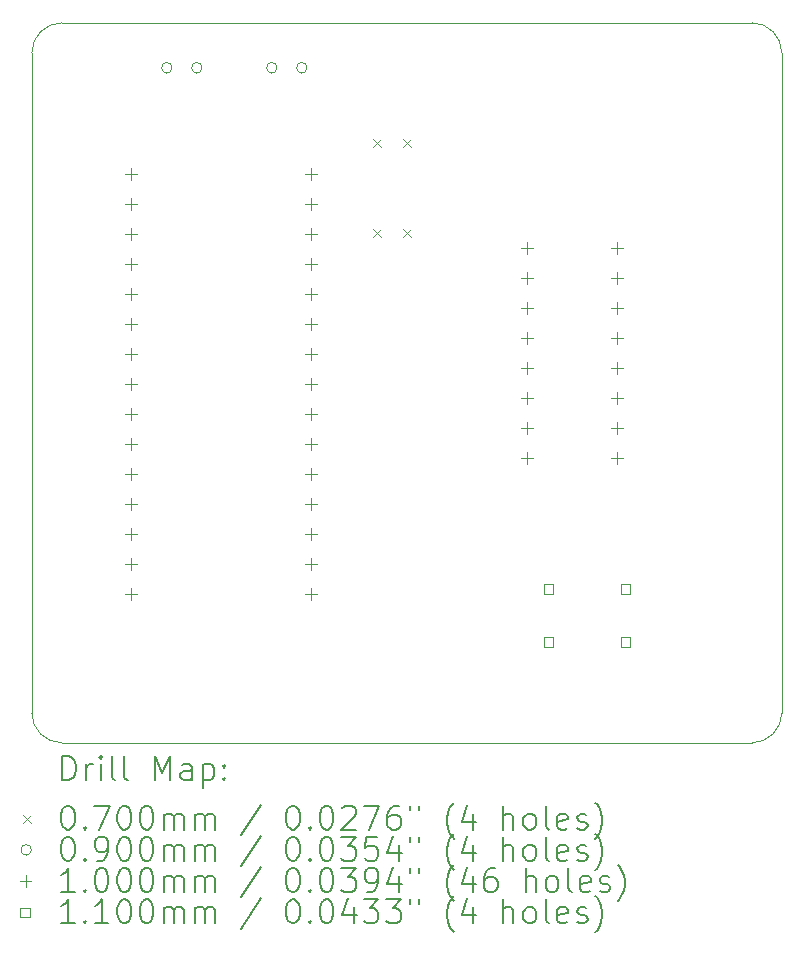
<source format=gbr>
%TF.GenerationSoftware,KiCad,Pcbnew,8.0.3*%
%TF.CreationDate,2025-02-15T11:00:28+13:00*%
%TF.ProjectId,2102_sram_tester,32313032-5f73-4726-916d-5f7465737465,rev?*%
%TF.SameCoordinates,Original*%
%TF.FileFunction,Drillmap*%
%TF.FilePolarity,Positive*%
%FSLAX45Y45*%
G04 Gerber Fmt 4.5, Leading zero omitted, Abs format (unit mm)*
G04 Created by KiCad (PCBNEW 8.0.3) date 2025-02-15 11:00:28*
%MOMM*%
%LPD*%
G01*
G04 APERTURE LIST*
%ADD10C,0.050000*%
%ADD11C,0.200000*%
%ADD12C,0.100000*%
%ADD13C,0.110000*%
G04 APERTURE END LIST*
D10*
X17272000Y-6832600D02*
X11430000Y-6832600D01*
X17526000Y-12674600D02*
X17526000Y-7086600D01*
X11176000Y-7086600D02*
G75*
G02*
X11430000Y-6832600I254000J0D01*
G01*
X11430000Y-12928600D02*
X17272000Y-12928600D01*
X17272000Y-6832600D02*
G75*
G02*
X17526000Y-7086600I0J-254000D01*
G01*
X11430000Y-12928600D02*
G75*
G02*
X11176000Y-12674600I0J254000D01*
G01*
X17526000Y-12674600D02*
G75*
G02*
X17272000Y-12928600I-254000J0D01*
G01*
X11176000Y-7086600D02*
X11176000Y-12674600D01*
D11*
D12*
X14062000Y-7813600D02*
X14132000Y-7883600D01*
X14132000Y-7813600D02*
X14062000Y-7883600D01*
X14062000Y-8575600D02*
X14132000Y-8645600D01*
X14132000Y-8575600D02*
X14062000Y-8645600D01*
X14316000Y-7813600D02*
X14386000Y-7883600D01*
X14386000Y-7813600D02*
X14316000Y-7883600D01*
X14316000Y-8575600D02*
X14386000Y-8645600D01*
X14386000Y-8575600D02*
X14316000Y-8645600D01*
X12364000Y-7213600D02*
G75*
G02*
X12274000Y-7213600I-45000J0D01*
G01*
X12274000Y-7213600D02*
G75*
G02*
X12364000Y-7213600I45000J0D01*
G01*
X12618000Y-7213600D02*
G75*
G02*
X12528000Y-7213600I-45000J0D01*
G01*
X12528000Y-7213600D02*
G75*
G02*
X12618000Y-7213600I45000J0D01*
G01*
X13253000Y-7213600D02*
G75*
G02*
X13163000Y-7213600I-45000J0D01*
G01*
X13163000Y-7213600D02*
G75*
G02*
X13253000Y-7213600I45000J0D01*
G01*
X13507000Y-7213600D02*
G75*
G02*
X13417000Y-7213600I-45000J0D01*
G01*
X13417000Y-7213600D02*
G75*
G02*
X13507000Y-7213600I45000J0D01*
G01*
X12015000Y-8059600D02*
X12015000Y-8159600D01*
X11965000Y-8109600D02*
X12065000Y-8109600D01*
X12015000Y-8313600D02*
X12015000Y-8413600D01*
X11965000Y-8363600D02*
X12065000Y-8363600D01*
X12015000Y-8567600D02*
X12015000Y-8667600D01*
X11965000Y-8617600D02*
X12065000Y-8617600D01*
X12015000Y-8821600D02*
X12015000Y-8921600D01*
X11965000Y-8871600D02*
X12065000Y-8871600D01*
X12015000Y-9075600D02*
X12015000Y-9175600D01*
X11965000Y-9125600D02*
X12065000Y-9125600D01*
X12015000Y-9329600D02*
X12015000Y-9429600D01*
X11965000Y-9379600D02*
X12065000Y-9379600D01*
X12015000Y-9583600D02*
X12015000Y-9683600D01*
X11965000Y-9633600D02*
X12065000Y-9633600D01*
X12015000Y-9837600D02*
X12015000Y-9937600D01*
X11965000Y-9887600D02*
X12065000Y-9887600D01*
X12015000Y-10091600D02*
X12015000Y-10191600D01*
X11965000Y-10141600D02*
X12065000Y-10141600D01*
X12015000Y-10345600D02*
X12015000Y-10445600D01*
X11965000Y-10395600D02*
X12065000Y-10395600D01*
X12015000Y-10599600D02*
X12015000Y-10699600D01*
X11965000Y-10649600D02*
X12065000Y-10649600D01*
X12015000Y-10853600D02*
X12015000Y-10953600D01*
X11965000Y-10903600D02*
X12065000Y-10903600D01*
X12015000Y-11107600D02*
X12015000Y-11207600D01*
X11965000Y-11157600D02*
X12065000Y-11157600D01*
X12015000Y-11361600D02*
X12015000Y-11461600D01*
X11965000Y-11411600D02*
X12065000Y-11411600D01*
X12015000Y-11615600D02*
X12015000Y-11715600D01*
X11965000Y-11665600D02*
X12065000Y-11665600D01*
X13539000Y-8059600D02*
X13539000Y-8159600D01*
X13489000Y-8109600D02*
X13589000Y-8109600D01*
X13539000Y-8313600D02*
X13539000Y-8413600D01*
X13489000Y-8363600D02*
X13589000Y-8363600D01*
X13539000Y-8567600D02*
X13539000Y-8667600D01*
X13489000Y-8617600D02*
X13589000Y-8617600D01*
X13539000Y-8821600D02*
X13539000Y-8921600D01*
X13489000Y-8871600D02*
X13589000Y-8871600D01*
X13539000Y-9075600D02*
X13539000Y-9175600D01*
X13489000Y-9125600D02*
X13589000Y-9125600D01*
X13539000Y-9329600D02*
X13539000Y-9429600D01*
X13489000Y-9379600D02*
X13589000Y-9379600D01*
X13539000Y-9583600D02*
X13539000Y-9683600D01*
X13489000Y-9633600D02*
X13589000Y-9633600D01*
X13539000Y-9837600D02*
X13539000Y-9937600D01*
X13489000Y-9887600D02*
X13589000Y-9887600D01*
X13539000Y-10091600D02*
X13539000Y-10191600D01*
X13489000Y-10141600D02*
X13589000Y-10141600D01*
X13539000Y-10345600D02*
X13539000Y-10445600D01*
X13489000Y-10395600D02*
X13589000Y-10395600D01*
X13539000Y-10599600D02*
X13539000Y-10699600D01*
X13489000Y-10649600D02*
X13589000Y-10649600D01*
X13539000Y-10853600D02*
X13539000Y-10953600D01*
X13489000Y-10903600D02*
X13589000Y-10903600D01*
X13539000Y-11107600D02*
X13539000Y-11207600D01*
X13489000Y-11157600D02*
X13589000Y-11157600D01*
X13539000Y-11361600D02*
X13539000Y-11461600D01*
X13489000Y-11411600D02*
X13589000Y-11411600D01*
X13539000Y-11615600D02*
X13539000Y-11715600D01*
X13489000Y-11665600D02*
X13589000Y-11665600D01*
X15367000Y-8687600D02*
X15367000Y-8787600D01*
X15317000Y-8737600D02*
X15417000Y-8737600D01*
X15367000Y-8941600D02*
X15367000Y-9041600D01*
X15317000Y-8991600D02*
X15417000Y-8991600D01*
X15367000Y-9195600D02*
X15367000Y-9295600D01*
X15317000Y-9245600D02*
X15417000Y-9245600D01*
X15367000Y-9449600D02*
X15367000Y-9549600D01*
X15317000Y-9499600D02*
X15417000Y-9499600D01*
X15367000Y-9703600D02*
X15367000Y-9803600D01*
X15317000Y-9753600D02*
X15417000Y-9753600D01*
X15367000Y-9957600D02*
X15367000Y-10057600D01*
X15317000Y-10007600D02*
X15417000Y-10007600D01*
X15367000Y-10211600D02*
X15367000Y-10311600D01*
X15317000Y-10261600D02*
X15417000Y-10261600D01*
X15367000Y-10465600D02*
X15367000Y-10565600D01*
X15317000Y-10515600D02*
X15417000Y-10515600D01*
X16129000Y-8687600D02*
X16129000Y-8787600D01*
X16079000Y-8737600D02*
X16179000Y-8737600D01*
X16129000Y-8941600D02*
X16129000Y-9041600D01*
X16079000Y-8991600D02*
X16179000Y-8991600D01*
X16129000Y-9195600D02*
X16129000Y-9295600D01*
X16079000Y-9245600D02*
X16179000Y-9245600D01*
X16129000Y-9449600D02*
X16129000Y-9549600D01*
X16079000Y-9499600D02*
X16179000Y-9499600D01*
X16129000Y-9703600D02*
X16129000Y-9803600D01*
X16079000Y-9753600D02*
X16179000Y-9753600D01*
X16129000Y-9957600D02*
X16129000Y-10057600D01*
X16079000Y-10007600D02*
X16179000Y-10007600D01*
X16129000Y-10211600D02*
X16129000Y-10311600D01*
X16079000Y-10261600D02*
X16179000Y-10261600D01*
X16129000Y-10465600D02*
X16129000Y-10565600D01*
X16079000Y-10515600D02*
X16179000Y-10515600D01*
D13*
X15588891Y-11664491D02*
X15588891Y-11586709D01*
X15511109Y-11586709D01*
X15511109Y-11664491D01*
X15588891Y-11664491D01*
X15588891Y-12114491D02*
X15588891Y-12036709D01*
X15511109Y-12036709D01*
X15511109Y-12114491D01*
X15588891Y-12114491D01*
X16238891Y-11664491D02*
X16238891Y-11586709D01*
X16161109Y-11586709D01*
X16161109Y-11664491D01*
X16238891Y-11664491D01*
X16238891Y-12114491D02*
X16238891Y-12036709D01*
X16161109Y-12036709D01*
X16161109Y-12114491D01*
X16238891Y-12114491D01*
D11*
X11434277Y-13242584D02*
X11434277Y-13042584D01*
X11434277Y-13042584D02*
X11481896Y-13042584D01*
X11481896Y-13042584D02*
X11510467Y-13052108D01*
X11510467Y-13052108D02*
X11529515Y-13071155D01*
X11529515Y-13071155D02*
X11539039Y-13090203D01*
X11539039Y-13090203D02*
X11548562Y-13128298D01*
X11548562Y-13128298D02*
X11548562Y-13156869D01*
X11548562Y-13156869D02*
X11539039Y-13194965D01*
X11539039Y-13194965D02*
X11529515Y-13214012D01*
X11529515Y-13214012D02*
X11510467Y-13233060D01*
X11510467Y-13233060D02*
X11481896Y-13242584D01*
X11481896Y-13242584D02*
X11434277Y-13242584D01*
X11634277Y-13242584D02*
X11634277Y-13109250D01*
X11634277Y-13147346D02*
X11643801Y-13128298D01*
X11643801Y-13128298D02*
X11653324Y-13118774D01*
X11653324Y-13118774D02*
X11672372Y-13109250D01*
X11672372Y-13109250D02*
X11691420Y-13109250D01*
X11758086Y-13242584D02*
X11758086Y-13109250D01*
X11758086Y-13042584D02*
X11748562Y-13052108D01*
X11748562Y-13052108D02*
X11758086Y-13061631D01*
X11758086Y-13061631D02*
X11767610Y-13052108D01*
X11767610Y-13052108D02*
X11758086Y-13042584D01*
X11758086Y-13042584D02*
X11758086Y-13061631D01*
X11881896Y-13242584D02*
X11862848Y-13233060D01*
X11862848Y-13233060D02*
X11853324Y-13214012D01*
X11853324Y-13214012D02*
X11853324Y-13042584D01*
X11986658Y-13242584D02*
X11967610Y-13233060D01*
X11967610Y-13233060D02*
X11958086Y-13214012D01*
X11958086Y-13214012D02*
X11958086Y-13042584D01*
X12215229Y-13242584D02*
X12215229Y-13042584D01*
X12215229Y-13042584D02*
X12281896Y-13185441D01*
X12281896Y-13185441D02*
X12348562Y-13042584D01*
X12348562Y-13042584D02*
X12348562Y-13242584D01*
X12529515Y-13242584D02*
X12529515Y-13137822D01*
X12529515Y-13137822D02*
X12519991Y-13118774D01*
X12519991Y-13118774D02*
X12500943Y-13109250D01*
X12500943Y-13109250D02*
X12462848Y-13109250D01*
X12462848Y-13109250D02*
X12443801Y-13118774D01*
X12529515Y-13233060D02*
X12510467Y-13242584D01*
X12510467Y-13242584D02*
X12462848Y-13242584D01*
X12462848Y-13242584D02*
X12443801Y-13233060D01*
X12443801Y-13233060D02*
X12434277Y-13214012D01*
X12434277Y-13214012D02*
X12434277Y-13194965D01*
X12434277Y-13194965D02*
X12443801Y-13175917D01*
X12443801Y-13175917D02*
X12462848Y-13166393D01*
X12462848Y-13166393D02*
X12510467Y-13166393D01*
X12510467Y-13166393D02*
X12529515Y-13156869D01*
X12624753Y-13109250D02*
X12624753Y-13309250D01*
X12624753Y-13118774D02*
X12643801Y-13109250D01*
X12643801Y-13109250D02*
X12681896Y-13109250D01*
X12681896Y-13109250D02*
X12700943Y-13118774D01*
X12700943Y-13118774D02*
X12710467Y-13128298D01*
X12710467Y-13128298D02*
X12719991Y-13147346D01*
X12719991Y-13147346D02*
X12719991Y-13204488D01*
X12719991Y-13204488D02*
X12710467Y-13223536D01*
X12710467Y-13223536D02*
X12700943Y-13233060D01*
X12700943Y-13233060D02*
X12681896Y-13242584D01*
X12681896Y-13242584D02*
X12643801Y-13242584D01*
X12643801Y-13242584D02*
X12624753Y-13233060D01*
X12805705Y-13223536D02*
X12815229Y-13233060D01*
X12815229Y-13233060D02*
X12805705Y-13242584D01*
X12805705Y-13242584D02*
X12796182Y-13233060D01*
X12796182Y-13233060D02*
X12805705Y-13223536D01*
X12805705Y-13223536D02*
X12805705Y-13242584D01*
X12805705Y-13118774D02*
X12815229Y-13128298D01*
X12815229Y-13128298D02*
X12805705Y-13137822D01*
X12805705Y-13137822D02*
X12796182Y-13128298D01*
X12796182Y-13128298D02*
X12805705Y-13118774D01*
X12805705Y-13118774D02*
X12805705Y-13137822D01*
D12*
X11103500Y-13536100D02*
X11173500Y-13606100D01*
X11173500Y-13536100D02*
X11103500Y-13606100D01*
D11*
X11472372Y-13462584D02*
X11491420Y-13462584D01*
X11491420Y-13462584D02*
X11510467Y-13472108D01*
X11510467Y-13472108D02*
X11519991Y-13481631D01*
X11519991Y-13481631D02*
X11529515Y-13500679D01*
X11529515Y-13500679D02*
X11539039Y-13538774D01*
X11539039Y-13538774D02*
X11539039Y-13586393D01*
X11539039Y-13586393D02*
X11529515Y-13624488D01*
X11529515Y-13624488D02*
X11519991Y-13643536D01*
X11519991Y-13643536D02*
X11510467Y-13653060D01*
X11510467Y-13653060D02*
X11491420Y-13662584D01*
X11491420Y-13662584D02*
X11472372Y-13662584D01*
X11472372Y-13662584D02*
X11453324Y-13653060D01*
X11453324Y-13653060D02*
X11443801Y-13643536D01*
X11443801Y-13643536D02*
X11434277Y-13624488D01*
X11434277Y-13624488D02*
X11424753Y-13586393D01*
X11424753Y-13586393D02*
X11424753Y-13538774D01*
X11424753Y-13538774D02*
X11434277Y-13500679D01*
X11434277Y-13500679D02*
X11443801Y-13481631D01*
X11443801Y-13481631D02*
X11453324Y-13472108D01*
X11453324Y-13472108D02*
X11472372Y-13462584D01*
X11624753Y-13643536D02*
X11634277Y-13653060D01*
X11634277Y-13653060D02*
X11624753Y-13662584D01*
X11624753Y-13662584D02*
X11615229Y-13653060D01*
X11615229Y-13653060D02*
X11624753Y-13643536D01*
X11624753Y-13643536D02*
X11624753Y-13662584D01*
X11700943Y-13462584D02*
X11834277Y-13462584D01*
X11834277Y-13462584D02*
X11748562Y-13662584D01*
X11948562Y-13462584D02*
X11967610Y-13462584D01*
X11967610Y-13462584D02*
X11986658Y-13472108D01*
X11986658Y-13472108D02*
X11996182Y-13481631D01*
X11996182Y-13481631D02*
X12005705Y-13500679D01*
X12005705Y-13500679D02*
X12015229Y-13538774D01*
X12015229Y-13538774D02*
X12015229Y-13586393D01*
X12015229Y-13586393D02*
X12005705Y-13624488D01*
X12005705Y-13624488D02*
X11996182Y-13643536D01*
X11996182Y-13643536D02*
X11986658Y-13653060D01*
X11986658Y-13653060D02*
X11967610Y-13662584D01*
X11967610Y-13662584D02*
X11948562Y-13662584D01*
X11948562Y-13662584D02*
X11929515Y-13653060D01*
X11929515Y-13653060D02*
X11919991Y-13643536D01*
X11919991Y-13643536D02*
X11910467Y-13624488D01*
X11910467Y-13624488D02*
X11900943Y-13586393D01*
X11900943Y-13586393D02*
X11900943Y-13538774D01*
X11900943Y-13538774D02*
X11910467Y-13500679D01*
X11910467Y-13500679D02*
X11919991Y-13481631D01*
X11919991Y-13481631D02*
X11929515Y-13472108D01*
X11929515Y-13472108D02*
X11948562Y-13462584D01*
X12139039Y-13462584D02*
X12158086Y-13462584D01*
X12158086Y-13462584D02*
X12177134Y-13472108D01*
X12177134Y-13472108D02*
X12186658Y-13481631D01*
X12186658Y-13481631D02*
X12196182Y-13500679D01*
X12196182Y-13500679D02*
X12205705Y-13538774D01*
X12205705Y-13538774D02*
X12205705Y-13586393D01*
X12205705Y-13586393D02*
X12196182Y-13624488D01*
X12196182Y-13624488D02*
X12186658Y-13643536D01*
X12186658Y-13643536D02*
X12177134Y-13653060D01*
X12177134Y-13653060D02*
X12158086Y-13662584D01*
X12158086Y-13662584D02*
X12139039Y-13662584D01*
X12139039Y-13662584D02*
X12119991Y-13653060D01*
X12119991Y-13653060D02*
X12110467Y-13643536D01*
X12110467Y-13643536D02*
X12100943Y-13624488D01*
X12100943Y-13624488D02*
X12091420Y-13586393D01*
X12091420Y-13586393D02*
X12091420Y-13538774D01*
X12091420Y-13538774D02*
X12100943Y-13500679D01*
X12100943Y-13500679D02*
X12110467Y-13481631D01*
X12110467Y-13481631D02*
X12119991Y-13472108D01*
X12119991Y-13472108D02*
X12139039Y-13462584D01*
X12291420Y-13662584D02*
X12291420Y-13529250D01*
X12291420Y-13548298D02*
X12300943Y-13538774D01*
X12300943Y-13538774D02*
X12319991Y-13529250D01*
X12319991Y-13529250D02*
X12348563Y-13529250D01*
X12348563Y-13529250D02*
X12367610Y-13538774D01*
X12367610Y-13538774D02*
X12377134Y-13557822D01*
X12377134Y-13557822D02*
X12377134Y-13662584D01*
X12377134Y-13557822D02*
X12386658Y-13538774D01*
X12386658Y-13538774D02*
X12405705Y-13529250D01*
X12405705Y-13529250D02*
X12434277Y-13529250D01*
X12434277Y-13529250D02*
X12453324Y-13538774D01*
X12453324Y-13538774D02*
X12462848Y-13557822D01*
X12462848Y-13557822D02*
X12462848Y-13662584D01*
X12558086Y-13662584D02*
X12558086Y-13529250D01*
X12558086Y-13548298D02*
X12567610Y-13538774D01*
X12567610Y-13538774D02*
X12586658Y-13529250D01*
X12586658Y-13529250D02*
X12615229Y-13529250D01*
X12615229Y-13529250D02*
X12634277Y-13538774D01*
X12634277Y-13538774D02*
X12643801Y-13557822D01*
X12643801Y-13557822D02*
X12643801Y-13662584D01*
X12643801Y-13557822D02*
X12653324Y-13538774D01*
X12653324Y-13538774D02*
X12672372Y-13529250D01*
X12672372Y-13529250D02*
X12700943Y-13529250D01*
X12700943Y-13529250D02*
X12719991Y-13538774D01*
X12719991Y-13538774D02*
X12729515Y-13557822D01*
X12729515Y-13557822D02*
X12729515Y-13662584D01*
X13119991Y-13453060D02*
X12948563Y-13710203D01*
X13377134Y-13462584D02*
X13396182Y-13462584D01*
X13396182Y-13462584D02*
X13415229Y-13472108D01*
X13415229Y-13472108D02*
X13424753Y-13481631D01*
X13424753Y-13481631D02*
X13434277Y-13500679D01*
X13434277Y-13500679D02*
X13443801Y-13538774D01*
X13443801Y-13538774D02*
X13443801Y-13586393D01*
X13443801Y-13586393D02*
X13434277Y-13624488D01*
X13434277Y-13624488D02*
X13424753Y-13643536D01*
X13424753Y-13643536D02*
X13415229Y-13653060D01*
X13415229Y-13653060D02*
X13396182Y-13662584D01*
X13396182Y-13662584D02*
X13377134Y-13662584D01*
X13377134Y-13662584D02*
X13358086Y-13653060D01*
X13358086Y-13653060D02*
X13348563Y-13643536D01*
X13348563Y-13643536D02*
X13339039Y-13624488D01*
X13339039Y-13624488D02*
X13329515Y-13586393D01*
X13329515Y-13586393D02*
X13329515Y-13538774D01*
X13329515Y-13538774D02*
X13339039Y-13500679D01*
X13339039Y-13500679D02*
X13348563Y-13481631D01*
X13348563Y-13481631D02*
X13358086Y-13472108D01*
X13358086Y-13472108D02*
X13377134Y-13462584D01*
X13529515Y-13643536D02*
X13539039Y-13653060D01*
X13539039Y-13653060D02*
X13529515Y-13662584D01*
X13529515Y-13662584D02*
X13519991Y-13653060D01*
X13519991Y-13653060D02*
X13529515Y-13643536D01*
X13529515Y-13643536D02*
X13529515Y-13662584D01*
X13662848Y-13462584D02*
X13681896Y-13462584D01*
X13681896Y-13462584D02*
X13700944Y-13472108D01*
X13700944Y-13472108D02*
X13710467Y-13481631D01*
X13710467Y-13481631D02*
X13719991Y-13500679D01*
X13719991Y-13500679D02*
X13729515Y-13538774D01*
X13729515Y-13538774D02*
X13729515Y-13586393D01*
X13729515Y-13586393D02*
X13719991Y-13624488D01*
X13719991Y-13624488D02*
X13710467Y-13643536D01*
X13710467Y-13643536D02*
X13700944Y-13653060D01*
X13700944Y-13653060D02*
X13681896Y-13662584D01*
X13681896Y-13662584D02*
X13662848Y-13662584D01*
X13662848Y-13662584D02*
X13643801Y-13653060D01*
X13643801Y-13653060D02*
X13634277Y-13643536D01*
X13634277Y-13643536D02*
X13624753Y-13624488D01*
X13624753Y-13624488D02*
X13615229Y-13586393D01*
X13615229Y-13586393D02*
X13615229Y-13538774D01*
X13615229Y-13538774D02*
X13624753Y-13500679D01*
X13624753Y-13500679D02*
X13634277Y-13481631D01*
X13634277Y-13481631D02*
X13643801Y-13472108D01*
X13643801Y-13472108D02*
X13662848Y-13462584D01*
X13805706Y-13481631D02*
X13815229Y-13472108D01*
X13815229Y-13472108D02*
X13834277Y-13462584D01*
X13834277Y-13462584D02*
X13881896Y-13462584D01*
X13881896Y-13462584D02*
X13900944Y-13472108D01*
X13900944Y-13472108D02*
X13910467Y-13481631D01*
X13910467Y-13481631D02*
X13919991Y-13500679D01*
X13919991Y-13500679D02*
X13919991Y-13519727D01*
X13919991Y-13519727D02*
X13910467Y-13548298D01*
X13910467Y-13548298D02*
X13796182Y-13662584D01*
X13796182Y-13662584D02*
X13919991Y-13662584D01*
X13986658Y-13462584D02*
X14119991Y-13462584D01*
X14119991Y-13462584D02*
X14034277Y-13662584D01*
X14281896Y-13462584D02*
X14243801Y-13462584D01*
X14243801Y-13462584D02*
X14224753Y-13472108D01*
X14224753Y-13472108D02*
X14215229Y-13481631D01*
X14215229Y-13481631D02*
X14196182Y-13510203D01*
X14196182Y-13510203D02*
X14186658Y-13548298D01*
X14186658Y-13548298D02*
X14186658Y-13624488D01*
X14186658Y-13624488D02*
X14196182Y-13643536D01*
X14196182Y-13643536D02*
X14205706Y-13653060D01*
X14205706Y-13653060D02*
X14224753Y-13662584D01*
X14224753Y-13662584D02*
X14262848Y-13662584D01*
X14262848Y-13662584D02*
X14281896Y-13653060D01*
X14281896Y-13653060D02*
X14291420Y-13643536D01*
X14291420Y-13643536D02*
X14300944Y-13624488D01*
X14300944Y-13624488D02*
X14300944Y-13576869D01*
X14300944Y-13576869D02*
X14291420Y-13557822D01*
X14291420Y-13557822D02*
X14281896Y-13548298D01*
X14281896Y-13548298D02*
X14262848Y-13538774D01*
X14262848Y-13538774D02*
X14224753Y-13538774D01*
X14224753Y-13538774D02*
X14205706Y-13548298D01*
X14205706Y-13548298D02*
X14196182Y-13557822D01*
X14196182Y-13557822D02*
X14186658Y-13576869D01*
X14377134Y-13462584D02*
X14377134Y-13500679D01*
X14453325Y-13462584D02*
X14453325Y-13500679D01*
X14748563Y-13738774D02*
X14739039Y-13729250D01*
X14739039Y-13729250D02*
X14719991Y-13700679D01*
X14719991Y-13700679D02*
X14710468Y-13681631D01*
X14710468Y-13681631D02*
X14700944Y-13653060D01*
X14700944Y-13653060D02*
X14691420Y-13605441D01*
X14691420Y-13605441D02*
X14691420Y-13567346D01*
X14691420Y-13567346D02*
X14700944Y-13519727D01*
X14700944Y-13519727D02*
X14710468Y-13491155D01*
X14710468Y-13491155D02*
X14719991Y-13472108D01*
X14719991Y-13472108D02*
X14739039Y-13443536D01*
X14739039Y-13443536D02*
X14748563Y-13434012D01*
X14910468Y-13529250D02*
X14910468Y-13662584D01*
X14862848Y-13453060D02*
X14815229Y-13595917D01*
X14815229Y-13595917D02*
X14939039Y-13595917D01*
X15167610Y-13662584D02*
X15167610Y-13462584D01*
X15253325Y-13662584D02*
X15253325Y-13557822D01*
X15253325Y-13557822D02*
X15243801Y-13538774D01*
X15243801Y-13538774D02*
X15224753Y-13529250D01*
X15224753Y-13529250D02*
X15196182Y-13529250D01*
X15196182Y-13529250D02*
X15177134Y-13538774D01*
X15177134Y-13538774D02*
X15167610Y-13548298D01*
X15377134Y-13662584D02*
X15358087Y-13653060D01*
X15358087Y-13653060D02*
X15348563Y-13643536D01*
X15348563Y-13643536D02*
X15339039Y-13624488D01*
X15339039Y-13624488D02*
X15339039Y-13567346D01*
X15339039Y-13567346D02*
X15348563Y-13548298D01*
X15348563Y-13548298D02*
X15358087Y-13538774D01*
X15358087Y-13538774D02*
X15377134Y-13529250D01*
X15377134Y-13529250D02*
X15405706Y-13529250D01*
X15405706Y-13529250D02*
X15424753Y-13538774D01*
X15424753Y-13538774D02*
X15434277Y-13548298D01*
X15434277Y-13548298D02*
X15443801Y-13567346D01*
X15443801Y-13567346D02*
X15443801Y-13624488D01*
X15443801Y-13624488D02*
X15434277Y-13643536D01*
X15434277Y-13643536D02*
X15424753Y-13653060D01*
X15424753Y-13653060D02*
X15405706Y-13662584D01*
X15405706Y-13662584D02*
X15377134Y-13662584D01*
X15558087Y-13662584D02*
X15539039Y-13653060D01*
X15539039Y-13653060D02*
X15529515Y-13634012D01*
X15529515Y-13634012D02*
X15529515Y-13462584D01*
X15710468Y-13653060D02*
X15691420Y-13662584D01*
X15691420Y-13662584D02*
X15653325Y-13662584D01*
X15653325Y-13662584D02*
X15634277Y-13653060D01*
X15634277Y-13653060D02*
X15624753Y-13634012D01*
X15624753Y-13634012D02*
X15624753Y-13557822D01*
X15624753Y-13557822D02*
X15634277Y-13538774D01*
X15634277Y-13538774D02*
X15653325Y-13529250D01*
X15653325Y-13529250D02*
X15691420Y-13529250D01*
X15691420Y-13529250D02*
X15710468Y-13538774D01*
X15710468Y-13538774D02*
X15719991Y-13557822D01*
X15719991Y-13557822D02*
X15719991Y-13576869D01*
X15719991Y-13576869D02*
X15624753Y-13595917D01*
X15796182Y-13653060D02*
X15815230Y-13662584D01*
X15815230Y-13662584D02*
X15853325Y-13662584D01*
X15853325Y-13662584D02*
X15872372Y-13653060D01*
X15872372Y-13653060D02*
X15881896Y-13634012D01*
X15881896Y-13634012D02*
X15881896Y-13624488D01*
X15881896Y-13624488D02*
X15872372Y-13605441D01*
X15872372Y-13605441D02*
X15853325Y-13595917D01*
X15853325Y-13595917D02*
X15824753Y-13595917D01*
X15824753Y-13595917D02*
X15805706Y-13586393D01*
X15805706Y-13586393D02*
X15796182Y-13567346D01*
X15796182Y-13567346D02*
X15796182Y-13557822D01*
X15796182Y-13557822D02*
X15805706Y-13538774D01*
X15805706Y-13538774D02*
X15824753Y-13529250D01*
X15824753Y-13529250D02*
X15853325Y-13529250D01*
X15853325Y-13529250D02*
X15872372Y-13538774D01*
X15948563Y-13738774D02*
X15958087Y-13729250D01*
X15958087Y-13729250D02*
X15977134Y-13700679D01*
X15977134Y-13700679D02*
X15986658Y-13681631D01*
X15986658Y-13681631D02*
X15996182Y-13653060D01*
X15996182Y-13653060D02*
X16005706Y-13605441D01*
X16005706Y-13605441D02*
X16005706Y-13567346D01*
X16005706Y-13567346D02*
X15996182Y-13519727D01*
X15996182Y-13519727D02*
X15986658Y-13491155D01*
X15986658Y-13491155D02*
X15977134Y-13472108D01*
X15977134Y-13472108D02*
X15958087Y-13443536D01*
X15958087Y-13443536D02*
X15948563Y-13434012D01*
D12*
X11173500Y-13835100D02*
G75*
G02*
X11083500Y-13835100I-45000J0D01*
G01*
X11083500Y-13835100D02*
G75*
G02*
X11173500Y-13835100I45000J0D01*
G01*
D11*
X11472372Y-13726584D02*
X11491420Y-13726584D01*
X11491420Y-13726584D02*
X11510467Y-13736108D01*
X11510467Y-13736108D02*
X11519991Y-13745631D01*
X11519991Y-13745631D02*
X11529515Y-13764679D01*
X11529515Y-13764679D02*
X11539039Y-13802774D01*
X11539039Y-13802774D02*
X11539039Y-13850393D01*
X11539039Y-13850393D02*
X11529515Y-13888488D01*
X11529515Y-13888488D02*
X11519991Y-13907536D01*
X11519991Y-13907536D02*
X11510467Y-13917060D01*
X11510467Y-13917060D02*
X11491420Y-13926584D01*
X11491420Y-13926584D02*
X11472372Y-13926584D01*
X11472372Y-13926584D02*
X11453324Y-13917060D01*
X11453324Y-13917060D02*
X11443801Y-13907536D01*
X11443801Y-13907536D02*
X11434277Y-13888488D01*
X11434277Y-13888488D02*
X11424753Y-13850393D01*
X11424753Y-13850393D02*
X11424753Y-13802774D01*
X11424753Y-13802774D02*
X11434277Y-13764679D01*
X11434277Y-13764679D02*
X11443801Y-13745631D01*
X11443801Y-13745631D02*
X11453324Y-13736108D01*
X11453324Y-13736108D02*
X11472372Y-13726584D01*
X11624753Y-13907536D02*
X11634277Y-13917060D01*
X11634277Y-13917060D02*
X11624753Y-13926584D01*
X11624753Y-13926584D02*
X11615229Y-13917060D01*
X11615229Y-13917060D02*
X11624753Y-13907536D01*
X11624753Y-13907536D02*
X11624753Y-13926584D01*
X11729515Y-13926584D02*
X11767610Y-13926584D01*
X11767610Y-13926584D02*
X11786658Y-13917060D01*
X11786658Y-13917060D02*
X11796182Y-13907536D01*
X11796182Y-13907536D02*
X11815229Y-13878965D01*
X11815229Y-13878965D02*
X11824753Y-13840869D01*
X11824753Y-13840869D02*
X11824753Y-13764679D01*
X11824753Y-13764679D02*
X11815229Y-13745631D01*
X11815229Y-13745631D02*
X11805705Y-13736108D01*
X11805705Y-13736108D02*
X11786658Y-13726584D01*
X11786658Y-13726584D02*
X11748562Y-13726584D01*
X11748562Y-13726584D02*
X11729515Y-13736108D01*
X11729515Y-13736108D02*
X11719991Y-13745631D01*
X11719991Y-13745631D02*
X11710467Y-13764679D01*
X11710467Y-13764679D02*
X11710467Y-13812298D01*
X11710467Y-13812298D02*
X11719991Y-13831346D01*
X11719991Y-13831346D02*
X11729515Y-13840869D01*
X11729515Y-13840869D02*
X11748562Y-13850393D01*
X11748562Y-13850393D02*
X11786658Y-13850393D01*
X11786658Y-13850393D02*
X11805705Y-13840869D01*
X11805705Y-13840869D02*
X11815229Y-13831346D01*
X11815229Y-13831346D02*
X11824753Y-13812298D01*
X11948562Y-13726584D02*
X11967610Y-13726584D01*
X11967610Y-13726584D02*
X11986658Y-13736108D01*
X11986658Y-13736108D02*
X11996182Y-13745631D01*
X11996182Y-13745631D02*
X12005705Y-13764679D01*
X12005705Y-13764679D02*
X12015229Y-13802774D01*
X12015229Y-13802774D02*
X12015229Y-13850393D01*
X12015229Y-13850393D02*
X12005705Y-13888488D01*
X12005705Y-13888488D02*
X11996182Y-13907536D01*
X11996182Y-13907536D02*
X11986658Y-13917060D01*
X11986658Y-13917060D02*
X11967610Y-13926584D01*
X11967610Y-13926584D02*
X11948562Y-13926584D01*
X11948562Y-13926584D02*
X11929515Y-13917060D01*
X11929515Y-13917060D02*
X11919991Y-13907536D01*
X11919991Y-13907536D02*
X11910467Y-13888488D01*
X11910467Y-13888488D02*
X11900943Y-13850393D01*
X11900943Y-13850393D02*
X11900943Y-13802774D01*
X11900943Y-13802774D02*
X11910467Y-13764679D01*
X11910467Y-13764679D02*
X11919991Y-13745631D01*
X11919991Y-13745631D02*
X11929515Y-13736108D01*
X11929515Y-13736108D02*
X11948562Y-13726584D01*
X12139039Y-13726584D02*
X12158086Y-13726584D01*
X12158086Y-13726584D02*
X12177134Y-13736108D01*
X12177134Y-13736108D02*
X12186658Y-13745631D01*
X12186658Y-13745631D02*
X12196182Y-13764679D01*
X12196182Y-13764679D02*
X12205705Y-13802774D01*
X12205705Y-13802774D02*
X12205705Y-13850393D01*
X12205705Y-13850393D02*
X12196182Y-13888488D01*
X12196182Y-13888488D02*
X12186658Y-13907536D01*
X12186658Y-13907536D02*
X12177134Y-13917060D01*
X12177134Y-13917060D02*
X12158086Y-13926584D01*
X12158086Y-13926584D02*
X12139039Y-13926584D01*
X12139039Y-13926584D02*
X12119991Y-13917060D01*
X12119991Y-13917060D02*
X12110467Y-13907536D01*
X12110467Y-13907536D02*
X12100943Y-13888488D01*
X12100943Y-13888488D02*
X12091420Y-13850393D01*
X12091420Y-13850393D02*
X12091420Y-13802774D01*
X12091420Y-13802774D02*
X12100943Y-13764679D01*
X12100943Y-13764679D02*
X12110467Y-13745631D01*
X12110467Y-13745631D02*
X12119991Y-13736108D01*
X12119991Y-13736108D02*
X12139039Y-13726584D01*
X12291420Y-13926584D02*
X12291420Y-13793250D01*
X12291420Y-13812298D02*
X12300943Y-13802774D01*
X12300943Y-13802774D02*
X12319991Y-13793250D01*
X12319991Y-13793250D02*
X12348563Y-13793250D01*
X12348563Y-13793250D02*
X12367610Y-13802774D01*
X12367610Y-13802774D02*
X12377134Y-13821822D01*
X12377134Y-13821822D02*
X12377134Y-13926584D01*
X12377134Y-13821822D02*
X12386658Y-13802774D01*
X12386658Y-13802774D02*
X12405705Y-13793250D01*
X12405705Y-13793250D02*
X12434277Y-13793250D01*
X12434277Y-13793250D02*
X12453324Y-13802774D01*
X12453324Y-13802774D02*
X12462848Y-13821822D01*
X12462848Y-13821822D02*
X12462848Y-13926584D01*
X12558086Y-13926584D02*
X12558086Y-13793250D01*
X12558086Y-13812298D02*
X12567610Y-13802774D01*
X12567610Y-13802774D02*
X12586658Y-13793250D01*
X12586658Y-13793250D02*
X12615229Y-13793250D01*
X12615229Y-13793250D02*
X12634277Y-13802774D01*
X12634277Y-13802774D02*
X12643801Y-13821822D01*
X12643801Y-13821822D02*
X12643801Y-13926584D01*
X12643801Y-13821822D02*
X12653324Y-13802774D01*
X12653324Y-13802774D02*
X12672372Y-13793250D01*
X12672372Y-13793250D02*
X12700943Y-13793250D01*
X12700943Y-13793250D02*
X12719991Y-13802774D01*
X12719991Y-13802774D02*
X12729515Y-13821822D01*
X12729515Y-13821822D02*
X12729515Y-13926584D01*
X13119991Y-13717060D02*
X12948563Y-13974203D01*
X13377134Y-13726584D02*
X13396182Y-13726584D01*
X13396182Y-13726584D02*
X13415229Y-13736108D01*
X13415229Y-13736108D02*
X13424753Y-13745631D01*
X13424753Y-13745631D02*
X13434277Y-13764679D01*
X13434277Y-13764679D02*
X13443801Y-13802774D01*
X13443801Y-13802774D02*
X13443801Y-13850393D01*
X13443801Y-13850393D02*
X13434277Y-13888488D01*
X13434277Y-13888488D02*
X13424753Y-13907536D01*
X13424753Y-13907536D02*
X13415229Y-13917060D01*
X13415229Y-13917060D02*
X13396182Y-13926584D01*
X13396182Y-13926584D02*
X13377134Y-13926584D01*
X13377134Y-13926584D02*
X13358086Y-13917060D01*
X13358086Y-13917060D02*
X13348563Y-13907536D01*
X13348563Y-13907536D02*
X13339039Y-13888488D01*
X13339039Y-13888488D02*
X13329515Y-13850393D01*
X13329515Y-13850393D02*
X13329515Y-13802774D01*
X13329515Y-13802774D02*
X13339039Y-13764679D01*
X13339039Y-13764679D02*
X13348563Y-13745631D01*
X13348563Y-13745631D02*
X13358086Y-13736108D01*
X13358086Y-13736108D02*
X13377134Y-13726584D01*
X13529515Y-13907536D02*
X13539039Y-13917060D01*
X13539039Y-13917060D02*
X13529515Y-13926584D01*
X13529515Y-13926584D02*
X13519991Y-13917060D01*
X13519991Y-13917060D02*
X13529515Y-13907536D01*
X13529515Y-13907536D02*
X13529515Y-13926584D01*
X13662848Y-13726584D02*
X13681896Y-13726584D01*
X13681896Y-13726584D02*
X13700944Y-13736108D01*
X13700944Y-13736108D02*
X13710467Y-13745631D01*
X13710467Y-13745631D02*
X13719991Y-13764679D01*
X13719991Y-13764679D02*
X13729515Y-13802774D01*
X13729515Y-13802774D02*
X13729515Y-13850393D01*
X13729515Y-13850393D02*
X13719991Y-13888488D01*
X13719991Y-13888488D02*
X13710467Y-13907536D01*
X13710467Y-13907536D02*
X13700944Y-13917060D01*
X13700944Y-13917060D02*
X13681896Y-13926584D01*
X13681896Y-13926584D02*
X13662848Y-13926584D01*
X13662848Y-13926584D02*
X13643801Y-13917060D01*
X13643801Y-13917060D02*
X13634277Y-13907536D01*
X13634277Y-13907536D02*
X13624753Y-13888488D01*
X13624753Y-13888488D02*
X13615229Y-13850393D01*
X13615229Y-13850393D02*
X13615229Y-13802774D01*
X13615229Y-13802774D02*
X13624753Y-13764679D01*
X13624753Y-13764679D02*
X13634277Y-13745631D01*
X13634277Y-13745631D02*
X13643801Y-13736108D01*
X13643801Y-13736108D02*
X13662848Y-13726584D01*
X13796182Y-13726584D02*
X13919991Y-13726584D01*
X13919991Y-13726584D02*
X13853325Y-13802774D01*
X13853325Y-13802774D02*
X13881896Y-13802774D01*
X13881896Y-13802774D02*
X13900944Y-13812298D01*
X13900944Y-13812298D02*
X13910467Y-13821822D01*
X13910467Y-13821822D02*
X13919991Y-13840869D01*
X13919991Y-13840869D02*
X13919991Y-13888488D01*
X13919991Y-13888488D02*
X13910467Y-13907536D01*
X13910467Y-13907536D02*
X13900944Y-13917060D01*
X13900944Y-13917060D02*
X13881896Y-13926584D01*
X13881896Y-13926584D02*
X13824753Y-13926584D01*
X13824753Y-13926584D02*
X13805706Y-13917060D01*
X13805706Y-13917060D02*
X13796182Y-13907536D01*
X14100944Y-13726584D02*
X14005706Y-13726584D01*
X14005706Y-13726584D02*
X13996182Y-13821822D01*
X13996182Y-13821822D02*
X14005706Y-13812298D01*
X14005706Y-13812298D02*
X14024753Y-13802774D01*
X14024753Y-13802774D02*
X14072372Y-13802774D01*
X14072372Y-13802774D02*
X14091420Y-13812298D01*
X14091420Y-13812298D02*
X14100944Y-13821822D01*
X14100944Y-13821822D02*
X14110467Y-13840869D01*
X14110467Y-13840869D02*
X14110467Y-13888488D01*
X14110467Y-13888488D02*
X14100944Y-13907536D01*
X14100944Y-13907536D02*
X14091420Y-13917060D01*
X14091420Y-13917060D02*
X14072372Y-13926584D01*
X14072372Y-13926584D02*
X14024753Y-13926584D01*
X14024753Y-13926584D02*
X14005706Y-13917060D01*
X14005706Y-13917060D02*
X13996182Y-13907536D01*
X14281896Y-13793250D02*
X14281896Y-13926584D01*
X14234277Y-13717060D02*
X14186658Y-13859917D01*
X14186658Y-13859917D02*
X14310467Y-13859917D01*
X14377134Y-13726584D02*
X14377134Y-13764679D01*
X14453325Y-13726584D02*
X14453325Y-13764679D01*
X14748563Y-14002774D02*
X14739039Y-13993250D01*
X14739039Y-13993250D02*
X14719991Y-13964679D01*
X14719991Y-13964679D02*
X14710468Y-13945631D01*
X14710468Y-13945631D02*
X14700944Y-13917060D01*
X14700944Y-13917060D02*
X14691420Y-13869441D01*
X14691420Y-13869441D02*
X14691420Y-13831346D01*
X14691420Y-13831346D02*
X14700944Y-13783727D01*
X14700944Y-13783727D02*
X14710468Y-13755155D01*
X14710468Y-13755155D02*
X14719991Y-13736108D01*
X14719991Y-13736108D02*
X14739039Y-13707536D01*
X14739039Y-13707536D02*
X14748563Y-13698012D01*
X14910468Y-13793250D02*
X14910468Y-13926584D01*
X14862848Y-13717060D02*
X14815229Y-13859917D01*
X14815229Y-13859917D02*
X14939039Y-13859917D01*
X15167610Y-13926584D02*
X15167610Y-13726584D01*
X15253325Y-13926584D02*
X15253325Y-13821822D01*
X15253325Y-13821822D02*
X15243801Y-13802774D01*
X15243801Y-13802774D02*
X15224753Y-13793250D01*
X15224753Y-13793250D02*
X15196182Y-13793250D01*
X15196182Y-13793250D02*
X15177134Y-13802774D01*
X15177134Y-13802774D02*
X15167610Y-13812298D01*
X15377134Y-13926584D02*
X15358087Y-13917060D01*
X15358087Y-13917060D02*
X15348563Y-13907536D01*
X15348563Y-13907536D02*
X15339039Y-13888488D01*
X15339039Y-13888488D02*
X15339039Y-13831346D01*
X15339039Y-13831346D02*
X15348563Y-13812298D01*
X15348563Y-13812298D02*
X15358087Y-13802774D01*
X15358087Y-13802774D02*
X15377134Y-13793250D01*
X15377134Y-13793250D02*
X15405706Y-13793250D01*
X15405706Y-13793250D02*
X15424753Y-13802774D01*
X15424753Y-13802774D02*
X15434277Y-13812298D01*
X15434277Y-13812298D02*
X15443801Y-13831346D01*
X15443801Y-13831346D02*
X15443801Y-13888488D01*
X15443801Y-13888488D02*
X15434277Y-13907536D01*
X15434277Y-13907536D02*
X15424753Y-13917060D01*
X15424753Y-13917060D02*
X15405706Y-13926584D01*
X15405706Y-13926584D02*
X15377134Y-13926584D01*
X15558087Y-13926584D02*
X15539039Y-13917060D01*
X15539039Y-13917060D02*
X15529515Y-13898012D01*
X15529515Y-13898012D02*
X15529515Y-13726584D01*
X15710468Y-13917060D02*
X15691420Y-13926584D01*
X15691420Y-13926584D02*
X15653325Y-13926584D01*
X15653325Y-13926584D02*
X15634277Y-13917060D01*
X15634277Y-13917060D02*
X15624753Y-13898012D01*
X15624753Y-13898012D02*
X15624753Y-13821822D01*
X15624753Y-13821822D02*
X15634277Y-13802774D01*
X15634277Y-13802774D02*
X15653325Y-13793250D01*
X15653325Y-13793250D02*
X15691420Y-13793250D01*
X15691420Y-13793250D02*
X15710468Y-13802774D01*
X15710468Y-13802774D02*
X15719991Y-13821822D01*
X15719991Y-13821822D02*
X15719991Y-13840869D01*
X15719991Y-13840869D02*
X15624753Y-13859917D01*
X15796182Y-13917060D02*
X15815230Y-13926584D01*
X15815230Y-13926584D02*
X15853325Y-13926584D01*
X15853325Y-13926584D02*
X15872372Y-13917060D01*
X15872372Y-13917060D02*
X15881896Y-13898012D01*
X15881896Y-13898012D02*
X15881896Y-13888488D01*
X15881896Y-13888488D02*
X15872372Y-13869441D01*
X15872372Y-13869441D02*
X15853325Y-13859917D01*
X15853325Y-13859917D02*
X15824753Y-13859917D01*
X15824753Y-13859917D02*
X15805706Y-13850393D01*
X15805706Y-13850393D02*
X15796182Y-13831346D01*
X15796182Y-13831346D02*
X15796182Y-13821822D01*
X15796182Y-13821822D02*
X15805706Y-13802774D01*
X15805706Y-13802774D02*
X15824753Y-13793250D01*
X15824753Y-13793250D02*
X15853325Y-13793250D01*
X15853325Y-13793250D02*
X15872372Y-13802774D01*
X15948563Y-14002774D02*
X15958087Y-13993250D01*
X15958087Y-13993250D02*
X15977134Y-13964679D01*
X15977134Y-13964679D02*
X15986658Y-13945631D01*
X15986658Y-13945631D02*
X15996182Y-13917060D01*
X15996182Y-13917060D02*
X16005706Y-13869441D01*
X16005706Y-13869441D02*
X16005706Y-13831346D01*
X16005706Y-13831346D02*
X15996182Y-13783727D01*
X15996182Y-13783727D02*
X15986658Y-13755155D01*
X15986658Y-13755155D02*
X15977134Y-13736108D01*
X15977134Y-13736108D02*
X15958087Y-13707536D01*
X15958087Y-13707536D02*
X15948563Y-13698012D01*
D12*
X11123500Y-14049100D02*
X11123500Y-14149100D01*
X11073500Y-14099100D02*
X11173500Y-14099100D01*
D11*
X11539039Y-14190584D02*
X11424753Y-14190584D01*
X11481896Y-14190584D02*
X11481896Y-13990584D01*
X11481896Y-13990584D02*
X11462848Y-14019155D01*
X11462848Y-14019155D02*
X11443801Y-14038203D01*
X11443801Y-14038203D02*
X11424753Y-14047727D01*
X11624753Y-14171536D02*
X11634277Y-14181060D01*
X11634277Y-14181060D02*
X11624753Y-14190584D01*
X11624753Y-14190584D02*
X11615229Y-14181060D01*
X11615229Y-14181060D02*
X11624753Y-14171536D01*
X11624753Y-14171536D02*
X11624753Y-14190584D01*
X11758086Y-13990584D02*
X11777134Y-13990584D01*
X11777134Y-13990584D02*
X11796182Y-14000108D01*
X11796182Y-14000108D02*
X11805705Y-14009631D01*
X11805705Y-14009631D02*
X11815229Y-14028679D01*
X11815229Y-14028679D02*
X11824753Y-14066774D01*
X11824753Y-14066774D02*
X11824753Y-14114393D01*
X11824753Y-14114393D02*
X11815229Y-14152488D01*
X11815229Y-14152488D02*
X11805705Y-14171536D01*
X11805705Y-14171536D02*
X11796182Y-14181060D01*
X11796182Y-14181060D02*
X11777134Y-14190584D01*
X11777134Y-14190584D02*
X11758086Y-14190584D01*
X11758086Y-14190584D02*
X11739039Y-14181060D01*
X11739039Y-14181060D02*
X11729515Y-14171536D01*
X11729515Y-14171536D02*
X11719991Y-14152488D01*
X11719991Y-14152488D02*
X11710467Y-14114393D01*
X11710467Y-14114393D02*
X11710467Y-14066774D01*
X11710467Y-14066774D02*
X11719991Y-14028679D01*
X11719991Y-14028679D02*
X11729515Y-14009631D01*
X11729515Y-14009631D02*
X11739039Y-14000108D01*
X11739039Y-14000108D02*
X11758086Y-13990584D01*
X11948562Y-13990584D02*
X11967610Y-13990584D01*
X11967610Y-13990584D02*
X11986658Y-14000108D01*
X11986658Y-14000108D02*
X11996182Y-14009631D01*
X11996182Y-14009631D02*
X12005705Y-14028679D01*
X12005705Y-14028679D02*
X12015229Y-14066774D01*
X12015229Y-14066774D02*
X12015229Y-14114393D01*
X12015229Y-14114393D02*
X12005705Y-14152488D01*
X12005705Y-14152488D02*
X11996182Y-14171536D01*
X11996182Y-14171536D02*
X11986658Y-14181060D01*
X11986658Y-14181060D02*
X11967610Y-14190584D01*
X11967610Y-14190584D02*
X11948562Y-14190584D01*
X11948562Y-14190584D02*
X11929515Y-14181060D01*
X11929515Y-14181060D02*
X11919991Y-14171536D01*
X11919991Y-14171536D02*
X11910467Y-14152488D01*
X11910467Y-14152488D02*
X11900943Y-14114393D01*
X11900943Y-14114393D02*
X11900943Y-14066774D01*
X11900943Y-14066774D02*
X11910467Y-14028679D01*
X11910467Y-14028679D02*
X11919991Y-14009631D01*
X11919991Y-14009631D02*
X11929515Y-14000108D01*
X11929515Y-14000108D02*
X11948562Y-13990584D01*
X12139039Y-13990584D02*
X12158086Y-13990584D01*
X12158086Y-13990584D02*
X12177134Y-14000108D01*
X12177134Y-14000108D02*
X12186658Y-14009631D01*
X12186658Y-14009631D02*
X12196182Y-14028679D01*
X12196182Y-14028679D02*
X12205705Y-14066774D01*
X12205705Y-14066774D02*
X12205705Y-14114393D01*
X12205705Y-14114393D02*
X12196182Y-14152488D01*
X12196182Y-14152488D02*
X12186658Y-14171536D01*
X12186658Y-14171536D02*
X12177134Y-14181060D01*
X12177134Y-14181060D02*
X12158086Y-14190584D01*
X12158086Y-14190584D02*
X12139039Y-14190584D01*
X12139039Y-14190584D02*
X12119991Y-14181060D01*
X12119991Y-14181060D02*
X12110467Y-14171536D01*
X12110467Y-14171536D02*
X12100943Y-14152488D01*
X12100943Y-14152488D02*
X12091420Y-14114393D01*
X12091420Y-14114393D02*
X12091420Y-14066774D01*
X12091420Y-14066774D02*
X12100943Y-14028679D01*
X12100943Y-14028679D02*
X12110467Y-14009631D01*
X12110467Y-14009631D02*
X12119991Y-14000108D01*
X12119991Y-14000108D02*
X12139039Y-13990584D01*
X12291420Y-14190584D02*
X12291420Y-14057250D01*
X12291420Y-14076298D02*
X12300943Y-14066774D01*
X12300943Y-14066774D02*
X12319991Y-14057250D01*
X12319991Y-14057250D02*
X12348563Y-14057250D01*
X12348563Y-14057250D02*
X12367610Y-14066774D01*
X12367610Y-14066774D02*
X12377134Y-14085822D01*
X12377134Y-14085822D02*
X12377134Y-14190584D01*
X12377134Y-14085822D02*
X12386658Y-14066774D01*
X12386658Y-14066774D02*
X12405705Y-14057250D01*
X12405705Y-14057250D02*
X12434277Y-14057250D01*
X12434277Y-14057250D02*
X12453324Y-14066774D01*
X12453324Y-14066774D02*
X12462848Y-14085822D01*
X12462848Y-14085822D02*
X12462848Y-14190584D01*
X12558086Y-14190584D02*
X12558086Y-14057250D01*
X12558086Y-14076298D02*
X12567610Y-14066774D01*
X12567610Y-14066774D02*
X12586658Y-14057250D01*
X12586658Y-14057250D02*
X12615229Y-14057250D01*
X12615229Y-14057250D02*
X12634277Y-14066774D01*
X12634277Y-14066774D02*
X12643801Y-14085822D01*
X12643801Y-14085822D02*
X12643801Y-14190584D01*
X12643801Y-14085822D02*
X12653324Y-14066774D01*
X12653324Y-14066774D02*
X12672372Y-14057250D01*
X12672372Y-14057250D02*
X12700943Y-14057250D01*
X12700943Y-14057250D02*
X12719991Y-14066774D01*
X12719991Y-14066774D02*
X12729515Y-14085822D01*
X12729515Y-14085822D02*
X12729515Y-14190584D01*
X13119991Y-13981060D02*
X12948563Y-14238203D01*
X13377134Y-13990584D02*
X13396182Y-13990584D01*
X13396182Y-13990584D02*
X13415229Y-14000108D01*
X13415229Y-14000108D02*
X13424753Y-14009631D01*
X13424753Y-14009631D02*
X13434277Y-14028679D01*
X13434277Y-14028679D02*
X13443801Y-14066774D01*
X13443801Y-14066774D02*
X13443801Y-14114393D01*
X13443801Y-14114393D02*
X13434277Y-14152488D01*
X13434277Y-14152488D02*
X13424753Y-14171536D01*
X13424753Y-14171536D02*
X13415229Y-14181060D01*
X13415229Y-14181060D02*
X13396182Y-14190584D01*
X13396182Y-14190584D02*
X13377134Y-14190584D01*
X13377134Y-14190584D02*
X13358086Y-14181060D01*
X13358086Y-14181060D02*
X13348563Y-14171536D01*
X13348563Y-14171536D02*
X13339039Y-14152488D01*
X13339039Y-14152488D02*
X13329515Y-14114393D01*
X13329515Y-14114393D02*
X13329515Y-14066774D01*
X13329515Y-14066774D02*
X13339039Y-14028679D01*
X13339039Y-14028679D02*
X13348563Y-14009631D01*
X13348563Y-14009631D02*
X13358086Y-14000108D01*
X13358086Y-14000108D02*
X13377134Y-13990584D01*
X13529515Y-14171536D02*
X13539039Y-14181060D01*
X13539039Y-14181060D02*
X13529515Y-14190584D01*
X13529515Y-14190584D02*
X13519991Y-14181060D01*
X13519991Y-14181060D02*
X13529515Y-14171536D01*
X13529515Y-14171536D02*
X13529515Y-14190584D01*
X13662848Y-13990584D02*
X13681896Y-13990584D01*
X13681896Y-13990584D02*
X13700944Y-14000108D01*
X13700944Y-14000108D02*
X13710467Y-14009631D01*
X13710467Y-14009631D02*
X13719991Y-14028679D01*
X13719991Y-14028679D02*
X13729515Y-14066774D01*
X13729515Y-14066774D02*
X13729515Y-14114393D01*
X13729515Y-14114393D02*
X13719991Y-14152488D01*
X13719991Y-14152488D02*
X13710467Y-14171536D01*
X13710467Y-14171536D02*
X13700944Y-14181060D01*
X13700944Y-14181060D02*
X13681896Y-14190584D01*
X13681896Y-14190584D02*
X13662848Y-14190584D01*
X13662848Y-14190584D02*
X13643801Y-14181060D01*
X13643801Y-14181060D02*
X13634277Y-14171536D01*
X13634277Y-14171536D02*
X13624753Y-14152488D01*
X13624753Y-14152488D02*
X13615229Y-14114393D01*
X13615229Y-14114393D02*
X13615229Y-14066774D01*
X13615229Y-14066774D02*
X13624753Y-14028679D01*
X13624753Y-14028679D02*
X13634277Y-14009631D01*
X13634277Y-14009631D02*
X13643801Y-14000108D01*
X13643801Y-14000108D02*
X13662848Y-13990584D01*
X13796182Y-13990584D02*
X13919991Y-13990584D01*
X13919991Y-13990584D02*
X13853325Y-14066774D01*
X13853325Y-14066774D02*
X13881896Y-14066774D01*
X13881896Y-14066774D02*
X13900944Y-14076298D01*
X13900944Y-14076298D02*
X13910467Y-14085822D01*
X13910467Y-14085822D02*
X13919991Y-14104869D01*
X13919991Y-14104869D02*
X13919991Y-14152488D01*
X13919991Y-14152488D02*
X13910467Y-14171536D01*
X13910467Y-14171536D02*
X13900944Y-14181060D01*
X13900944Y-14181060D02*
X13881896Y-14190584D01*
X13881896Y-14190584D02*
X13824753Y-14190584D01*
X13824753Y-14190584D02*
X13805706Y-14181060D01*
X13805706Y-14181060D02*
X13796182Y-14171536D01*
X14015229Y-14190584D02*
X14053325Y-14190584D01*
X14053325Y-14190584D02*
X14072372Y-14181060D01*
X14072372Y-14181060D02*
X14081896Y-14171536D01*
X14081896Y-14171536D02*
X14100944Y-14142965D01*
X14100944Y-14142965D02*
X14110467Y-14104869D01*
X14110467Y-14104869D02*
X14110467Y-14028679D01*
X14110467Y-14028679D02*
X14100944Y-14009631D01*
X14100944Y-14009631D02*
X14091420Y-14000108D01*
X14091420Y-14000108D02*
X14072372Y-13990584D01*
X14072372Y-13990584D02*
X14034277Y-13990584D01*
X14034277Y-13990584D02*
X14015229Y-14000108D01*
X14015229Y-14000108D02*
X14005706Y-14009631D01*
X14005706Y-14009631D02*
X13996182Y-14028679D01*
X13996182Y-14028679D02*
X13996182Y-14076298D01*
X13996182Y-14076298D02*
X14005706Y-14095346D01*
X14005706Y-14095346D02*
X14015229Y-14104869D01*
X14015229Y-14104869D02*
X14034277Y-14114393D01*
X14034277Y-14114393D02*
X14072372Y-14114393D01*
X14072372Y-14114393D02*
X14091420Y-14104869D01*
X14091420Y-14104869D02*
X14100944Y-14095346D01*
X14100944Y-14095346D02*
X14110467Y-14076298D01*
X14281896Y-14057250D02*
X14281896Y-14190584D01*
X14234277Y-13981060D02*
X14186658Y-14123917D01*
X14186658Y-14123917D02*
X14310467Y-14123917D01*
X14377134Y-13990584D02*
X14377134Y-14028679D01*
X14453325Y-13990584D02*
X14453325Y-14028679D01*
X14748563Y-14266774D02*
X14739039Y-14257250D01*
X14739039Y-14257250D02*
X14719991Y-14228679D01*
X14719991Y-14228679D02*
X14710468Y-14209631D01*
X14710468Y-14209631D02*
X14700944Y-14181060D01*
X14700944Y-14181060D02*
X14691420Y-14133441D01*
X14691420Y-14133441D02*
X14691420Y-14095346D01*
X14691420Y-14095346D02*
X14700944Y-14047727D01*
X14700944Y-14047727D02*
X14710468Y-14019155D01*
X14710468Y-14019155D02*
X14719991Y-14000108D01*
X14719991Y-14000108D02*
X14739039Y-13971536D01*
X14739039Y-13971536D02*
X14748563Y-13962012D01*
X14910468Y-14057250D02*
X14910468Y-14190584D01*
X14862848Y-13981060D02*
X14815229Y-14123917D01*
X14815229Y-14123917D02*
X14939039Y-14123917D01*
X15100944Y-13990584D02*
X15062848Y-13990584D01*
X15062848Y-13990584D02*
X15043801Y-14000108D01*
X15043801Y-14000108D02*
X15034277Y-14009631D01*
X15034277Y-14009631D02*
X15015229Y-14038203D01*
X15015229Y-14038203D02*
X15005706Y-14076298D01*
X15005706Y-14076298D02*
X15005706Y-14152488D01*
X15005706Y-14152488D02*
X15015229Y-14171536D01*
X15015229Y-14171536D02*
X15024753Y-14181060D01*
X15024753Y-14181060D02*
X15043801Y-14190584D01*
X15043801Y-14190584D02*
X15081896Y-14190584D01*
X15081896Y-14190584D02*
X15100944Y-14181060D01*
X15100944Y-14181060D02*
X15110468Y-14171536D01*
X15110468Y-14171536D02*
X15119991Y-14152488D01*
X15119991Y-14152488D02*
X15119991Y-14104869D01*
X15119991Y-14104869D02*
X15110468Y-14085822D01*
X15110468Y-14085822D02*
X15100944Y-14076298D01*
X15100944Y-14076298D02*
X15081896Y-14066774D01*
X15081896Y-14066774D02*
X15043801Y-14066774D01*
X15043801Y-14066774D02*
X15024753Y-14076298D01*
X15024753Y-14076298D02*
X15015229Y-14085822D01*
X15015229Y-14085822D02*
X15005706Y-14104869D01*
X15358087Y-14190584D02*
X15358087Y-13990584D01*
X15443801Y-14190584D02*
X15443801Y-14085822D01*
X15443801Y-14085822D02*
X15434277Y-14066774D01*
X15434277Y-14066774D02*
X15415230Y-14057250D01*
X15415230Y-14057250D02*
X15386658Y-14057250D01*
X15386658Y-14057250D02*
X15367610Y-14066774D01*
X15367610Y-14066774D02*
X15358087Y-14076298D01*
X15567610Y-14190584D02*
X15548563Y-14181060D01*
X15548563Y-14181060D02*
X15539039Y-14171536D01*
X15539039Y-14171536D02*
X15529515Y-14152488D01*
X15529515Y-14152488D02*
X15529515Y-14095346D01*
X15529515Y-14095346D02*
X15539039Y-14076298D01*
X15539039Y-14076298D02*
X15548563Y-14066774D01*
X15548563Y-14066774D02*
X15567610Y-14057250D01*
X15567610Y-14057250D02*
X15596182Y-14057250D01*
X15596182Y-14057250D02*
X15615230Y-14066774D01*
X15615230Y-14066774D02*
X15624753Y-14076298D01*
X15624753Y-14076298D02*
X15634277Y-14095346D01*
X15634277Y-14095346D02*
X15634277Y-14152488D01*
X15634277Y-14152488D02*
X15624753Y-14171536D01*
X15624753Y-14171536D02*
X15615230Y-14181060D01*
X15615230Y-14181060D02*
X15596182Y-14190584D01*
X15596182Y-14190584D02*
X15567610Y-14190584D01*
X15748563Y-14190584D02*
X15729515Y-14181060D01*
X15729515Y-14181060D02*
X15719991Y-14162012D01*
X15719991Y-14162012D02*
X15719991Y-13990584D01*
X15900944Y-14181060D02*
X15881896Y-14190584D01*
X15881896Y-14190584D02*
X15843801Y-14190584D01*
X15843801Y-14190584D02*
X15824753Y-14181060D01*
X15824753Y-14181060D02*
X15815230Y-14162012D01*
X15815230Y-14162012D02*
X15815230Y-14085822D01*
X15815230Y-14085822D02*
X15824753Y-14066774D01*
X15824753Y-14066774D02*
X15843801Y-14057250D01*
X15843801Y-14057250D02*
X15881896Y-14057250D01*
X15881896Y-14057250D02*
X15900944Y-14066774D01*
X15900944Y-14066774D02*
X15910468Y-14085822D01*
X15910468Y-14085822D02*
X15910468Y-14104869D01*
X15910468Y-14104869D02*
X15815230Y-14123917D01*
X15986658Y-14181060D02*
X16005706Y-14190584D01*
X16005706Y-14190584D02*
X16043801Y-14190584D01*
X16043801Y-14190584D02*
X16062849Y-14181060D01*
X16062849Y-14181060D02*
X16072372Y-14162012D01*
X16072372Y-14162012D02*
X16072372Y-14152488D01*
X16072372Y-14152488D02*
X16062849Y-14133441D01*
X16062849Y-14133441D02*
X16043801Y-14123917D01*
X16043801Y-14123917D02*
X16015230Y-14123917D01*
X16015230Y-14123917D02*
X15996182Y-14114393D01*
X15996182Y-14114393D02*
X15986658Y-14095346D01*
X15986658Y-14095346D02*
X15986658Y-14085822D01*
X15986658Y-14085822D02*
X15996182Y-14066774D01*
X15996182Y-14066774D02*
X16015230Y-14057250D01*
X16015230Y-14057250D02*
X16043801Y-14057250D01*
X16043801Y-14057250D02*
X16062849Y-14066774D01*
X16139039Y-14266774D02*
X16148563Y-14257250D01*
X16148563Y-14257250D02*
X16167611Y-14228679D01*
X16167611Y-14228679D02*
X16177134Y-14209631D01*
X16177134Y-14209631D02*
X16186658Y-14181060D01*
X16186658Y-14181060D02*
X16196182Y-14133441D01*
X16196182Y-14133441D02*
X16196182Y-14095346D01*
X16196182Y-14095346D02*
X16186658Y-14047727D01*
X16186658Y-14047727D02*
X16177134Y-14019155D01*
X16177134Y-14019155D02*
X16167611Y-14000108D01*
X16167611Y-14000108D02*
X16148563Y-13971536D01*
X16148563Y-13971536D02*
X16139039Y-13962012D01*
D13*
X11157391Y-14401991D02*
X11157391Y-14324209D01*
X11079609Y-14324209D01*
X11079609Y-14401991D01*
X11157391Y-14401991D01*
D11*
X11539039Y-14454584D02*
X11424753Y-14454584D01*
X11481896Y-14454584D02*
X11481896Y-14254584D01*
X11481896Y-14254584D02*
X11462848Y-14283155D01*
X11462848Y-14283155D02*
X11443801Y-14302203D01*
X11443801Y-14302203D02*
X11424753Y-14311727D01*
X11624753Y-14435536D02*
X11634277Y-14445060D01*
X11634277Y-14445060D02*
X11624753Y-14454584D01*
X11624753Y-14454584D02*
X11615229Y-14445060D01*
X11615229Y-14445060D02*
X11624753Y-14435536D01*
X11624753Y-14435536D02*
X11624753Y-14454584D01*
X11824753Y-14454584D02*
X11710467Y-14454584D01*
X11767610Y-14454584D02*
X11767610Y-14254584D01*
X11767610Y-14254584D02*
X11748562Y-14283155D01*
X11748562Y-14283155D02*
X11729515Y-14302203D01*
X11729515Y-14302203D02*
X11710467Y-14311727D01*
X11948562Y-14254584D02*
X11967610Y-14254584D01*
X11967610Y-14254584D02*
X11986658Y-14264108D01*
X11986658Y-14264108D02*
X11996182Y-14273631D01*
X11996182Y-14273631D02*
X12005705Y-14292679D01*
X12005705Y-14292679D02*
X12015229Y-14330774D01*
X12015229Y-14330774D02*
X12015229Y-14378393D01*
X12015229Y-14378393D02*
X12005705Y-14416488D01*
X12005705Y-14416488D02*
X11996182Y-14435536D01*
X11996182Y-14435536D02*
X11986658Y-14445060D01*
X11986658Y-14445060D02*
X11967610Y-14454584D01*
X11967610Y-14454584D02*
X11948562Y-14454584D01*
X11948562Y-14454584D02*
X11929515Y-14445060D01*
X11929515Y-14445060D02*
X11919991Y-14435536D01*
X11919991Y-14435536D02*
X11910467Y-14416488D01*
X11910467Y-14416488D02*
X11900943Y-14378393D01*
X11900943Y-14378393D02*
X11900943Y-14330774D01*
X11900943Y-14330774D02*
X11910467Y-14292679D01*
X11910467Y-14292679D02*
X11919991Y-14273631D01*
X11919991Y-14273631D02*
X11929515Y-14264108D01*
X11929515Y-14264108D02*
X11948562Y-14254584D01*
X12139039Y-14254584D02*
X12158086Y-14254584D01*
X12158086Y-14254584D02*
X12177134Y-14264108D01*
X12177134Y-14264108D02*
X12186658Y-14273631D01*
X12186658Y-14273631D02*
X12196182Y-14292679D01*
X12196182Y-14292679D02*
X12205705Y-14330774D01*
X12205705Y-14330774D02*
X12205705Y-14378393D01*
X12205705Y-14378393D02*
X12196182Y-14416488D01*
X12196182Y-14416488D02*
X12186658Y-14435536D01*
X12186658Y-14435536D02*
X12177134Y-14445060D01*
X12177134Y-14445060D02*
X12158086Y-14454584D01*
X12158086Y-14454584D02*
X12139039Y-14454584D01*
X12139039Y-14454584D02*
X12119991Y-14445060D01*
X12119991Y-14445060D02*
X12110467Y-14435536D01*
X12110467Y-14435536D02*
X12100943Y-14416488D01*
X12100943Y-14416488D02*
X12091420Y-14378393D01*
X12091420Y-14378393D02*
X12091420Y-14330774D01*
X12091420Y-14330774D02*
X12100943Y-14292679D01*
X12100943Y-14292679D02*
X12110467Y-14273631D01*
X12110467Y-14273631D02*
X12119991Y-14264108D01*
X12119991Y-14264108D02*
X12139039Y-14254584D01*
X12291420Y-14454584D02*
X12291420Y-14321250D01*
X12291420Y-14340298D02*
X12300943Y-14330774D01*
X12300943Y-14330774D02*
X12319991Y-14321250D01*
X12319991Y-14321250D02*
X12348563Y-14321250D01*
X12348563Y-14321250D02*
X12367610Y-14330774D01*
X12367610Y-14330774D02*
X12377134Y-14349822D01*
X12377134Y-14349822D02*
X12377134Y-14454584D01*
X12377134Y-14349822D02*
X12386658Y-14330774D01*
X12386658Y-14330774D02*
X12405705Y-14321250D01*
X12405705Y-14321250D02*
X12434277Y-14321250D01*
X12434277Y-14321250D02*
X12453324Y-14330774D01*
X12453324Y-14330774D02*
X12462848Y-14349822D01*
X12462848Y-14349822D02*
X12462848Y-14454584D01*
X12558086Y-14454584D02*
X12558086Y-14321250D01*
X12558086Y-14340298D02*
X12567610Y-14330774D01*
X12567610Y-14330774D02*
X12586658Y-14321250D01*
X12586658Y-14321250D02*
X12615229Y-14321250D01*
X12615229Y-14321250D02*
X12634277Y-14330774D01*
X12634277Y-14330774D02*
X12643801Y-14349822D01*
X12643801Y-14349822D02*
X12643801Y-14454584D01*
X12643801Y-14349822D02*
X12653324Y-14330774D01*
X12653324Y-14330774D02*
X12672372Y-14321250D01*
X12672372Y-14321250D02*
X12700943Y-14321250D01*
X12700943Y-14321250D02*
X12719991Y-14330774D01*
X12719991Y-14330774D02*
X12729515Y-14349822D01*
X12729515Y-14349822D02*
X12729515Y-14454584D01*
X13119991Y-14245060D02*
X12948563Y-14502203D01*
X13377134Y-14254584D02*
X13396182Y-14254584D01*
X13396182Y-14254584D02*
X13415229Y-14264108D01*
X13415229Y-14264108D02*
X13424753Y-14273631D01*
X13424753Y-14273631D02*
X13434277Y-14292679D01*
X13434277Y-14292679D02*
X13443801Y-14330774D01*
X13443801Y-14330774D02*
X13443801Y-14378393D01*
X13443801Y-14378393D02*
X13434277Y-14416488D01*
X13434277Y-14416488D02*
X13424753Y-14435536D01*
X13424753Y-14435536D02*
X13415229Y-14445060D01*
X13415229Y-14445060D02*
X13396182Y-14454584D01*
X13396182Y-14454584D02*
X13377134Y-14454584D01*
X13377134Y-14454584D02*
X13358086Y-14445060D01*
X13358086Y-14445060D02*
X13348563Y-14435536D01*
X13348563Y-14435536D02*
X13339039Y-14416488D01*
X13339039Y-14416488D02*
X13329515Y-14378393D01*
X13329515Y-14378393D02*
X13329515Y-14330774D01*
X13329515Y-14330774D02*
X13339039Y-14292679D01*
X13339039Y-14292679D02*
X13348563Y-14273631D01*
X13348563Y-14273631D02*
X13358086Y-14264108D01*
X13358086Y-14264108D02*
X13377134Y-14254584D01*
X13529515Y-14435536D02*
X13539039Y-14445060D01*
X13539039Y-14445060D02*
X13529515Y-14454584D01*
X13529515Y-14454584D02*
X13519991Y-14445060D01*
X13519991Y-14445060D02*
X13529515Y-14435536D01*
X13529515Y-14435536D02*
X13529515Y-14454584D01*
X13662848Y-14254584D02*
X13681896Y-14254584D01*
X13681896Y-14254584D02*
X13700944Y-14264108D01*
X13700944Y-14264108D02*
X13710467Y-14273631D01*
X13710467Y-14273631D02*
X13719991Y-14292679D01*
X13719991Y-14292679D02*
X13729515Y-14330774D01*
X13729515Y-14330774D02*
X13729515Y-14378393D01*
X13729515Y-14378393D02*
X13719991Y-14416488D01*
X13719991Y-14416488D02*
X13710467Y-14435536D01*
X13710467Y-14435536D02*
X13700944Y-14445060D01*
X13700944Y-14445060D02*
X13681896Y-14454584D01*
X13681896Y-14454584D02*
X13662848Y-14454584D01*
X13662848Y-14454584D02*
X13643801Y-14445060D01*
X13643801Y-14445060D02*
X13634277Y-14435536D01*
X13634277Y-14435536D02*
X13624753Y-14416488D01*
X13624753Y-14416488D02*
X13615229Y-14378393D01*
X13615229Y-14378393D02*
X13615229Y-14330774D01*
X13615229Y-14330774D02*
X13624753Y-14292679D01*
X13624753Y-14292679D02*
X13634277Y-14273631D01*
X13634277Y-14273631D02*
X13643801Y-14264108D01*
X13643801Y-14264108D02*
X13662848Y-14254584D01*
X13900944Y-14321250D02*
X13900944Y-14454584D01*
X13853325Y-14245060D02*
X13805706Y-14387917D01*
X13805706Y-14387917D02*
X13929515Y-14387917D01*
X13986658Y-14254584D02*
X14110467Y-14254584D01*
X14110467Y-14254584D02*
X14043801Y-14330774D01*
X14043801Y-14330774D02*
X14072372Y-14330774D01*
X14072372Y-14330774D02*
X14091420Y-14340298D01*
X14091420Y-14340298D02*
X14100944Y-14349822D01*
X14100944Y-14349822D02*
X14110467Y-14368869D01*
X14110467Y-14368869D02*
X14110467Y-14416488D01*
X14110467Y-14416488D02*
X14100944Y-14435536D01*
X14100944Y-14435536D02*
X14091420Y-14445060D01*
X14091420Y-14445060D02*
X14072372Y-14454584D01*
X14072372Y-14454584D02*
X14015229Y-14454584D01*
X14015229Y-14454584D02*
X13996182Y-14445060D01*
X13996182Y-14445060D02*
X13986658Y-14435536D01*
X14177134Y-14254584D02*
X14300944Y-14254584D01*
X14300944Y-14254584D02*
X14234277Y-14330774D01*
X14234277Y-14330774D02*
X14262848Y-14330774D01*
X14262848Y-14330774D02*
X14281896Y-14340298D01*
X14281896Y-14340298D02*
X14291420Y-14349822D01*
X14291420Y-14349822D02*
X14300944Y-14368869D01*
X14300944Y-14368869D02*
X14300944Y-14416488D01*
X14300944Y-14416488D02*
X14291420Y-14435536D01*
X14291420Y-14435536D02*
X14281896Y-14445060D01*
X14281896Y-14445060D02*
X14262848Y-14454584D01*
X14262848Y-14454584D02*
X14205706Y-14454584D01*
X14205706Y-14454584D02*
X14186658Y-14445060D01*
X14186658Y-14445060D02*
X14177134Y-14435536D01*
X14377134Y-14254584D02*
X14377134Y-14292679D01*
X14453325Y-14254584D02*
X14453325Y-14292679D01*
X14748563Y-14530774D02*
X14739039Y-14521250D01*
X14739039Y-14521250D02*
X14719991Y-14492679D01*
X14719991Y-14492679D02*
X14710468Y-14473631D01*
X14710468Y-14473631D02*
X14700944Y-14445060D01*
X14700944Y-14445060D02*
X14691420Y-14397441D01*
X14691420Y-14397441D02*
X14691420Y-14359346D01*
X14691420Y-14359346D02*
X14700944Y-14311727D01*
X14700944Y-14311727D02*
X14710468Y-14283155D01*
X14710468Y-14283155D02*
X14719991Y-14264108D01*
X14719991Y-14264108D02*
X14739039Y-14235536D01*
X14739039Y-14235536D02*
X14748563Y-14226012D01*
X14910468Y-14321250D02*
X14910468Y-14454584D01*
X14862848Y-14245060D02*
X14815229Y-14387917D01*
X14815229Y-14387917D02*
X14939039Y-14387917D01*
X15167610Y-14454584D02*
X15167610Y-14254584D01*
X15253325Y-14454584D02*
X15253325Y-14349822D01*
X15253325Y-14349822D02*
X15243801Y-14330774D01*
X15243801Y-14330774D02*
X15224753Y-14321250D01*
X15224753Y-14321250D02*
X15196182Y-14321250D01*
X15196182Y-14321250D02*
X15177134Y-14330774D01*
X15177134Y-14330774D02*
X15167610Y-14340298D01*
X15377134Y-14454584D02*
X15358087Y-14445060D01*
X15358087Y-14445060D02*
X15348563Y-14435536D01*
X15348563Y-14435536D02*
X15339039Y-14416488D01*
X15339039Y-14416488D02*
X15339039Y-14359346D01*
X15339039Y-14359346D02*
X15348563Y-14340298D01*
X15348563Y-14340298D02*
X15358087Y-14330774D01*
X15358087Y-14330774D02*
X15377134Y-14321250D01*
X15377134Y-14321250D02*
X15405706Y-14321250D01*
X15405706Y-14321250D02*
X15424753Y-14330774D01*
X15424753Y-14330774D02*
X15434277Y-14340298D01*
X15434277Y-14340298D02*
X15443801Y-14359346D01*
X15443801Y-14359346D02*
X15443801Y-14416488D01*
X15443801Y-14416488D02*
X15434277Y-14435536D01*
X15434277Y-14435536D02*
X15424753Y-14445060D01*
X15424753Y-14445060D02*
X15405706Y-14454584D01*
X15405706Y-14454584D02*
X15377134Y-14454584D01*
X15558087Y-14454584D02*
X15539039Y-14445060D01*
X15539039Y-14445060D02*
X15529515Y-14426012D01*
X15529515Y-14426012D02*
X15529515Y-14254584D01*
X15710468Y-14445060D02*
X15691420Y-14454584D01*
X15691420Y-14454584D02*
X15653325Y-14454584D01*
X15653325Y-14454584D02*
X15634277Y-14445060D01*
X15634277Y-14445060D02*
X15624753Y-14426012D01*
X15624753Y-14426012D02*
X15624753Y-14349822D01*
X15624753Y-14349822D02*
X15634277Y-14330774D01*
X15634277Y-14330774D02*
X15653325Y-14321250D01*
X15653325Y-14321250D02*
X15691420Y-14321250D01*
X15691420Y-14321250D02*
X15710468Y-14330774D01*
X15710468Y-14330774D02*
X15719991Y-14349822D01*
X15719991Y-14349822D02*
X15719991Y-14368869D01*
X15719991Y-14368869D02*
X15624753Y-14387917D01*
X15796182Y-14445060D02*
X15815230Y-14454584D01*
X15815230Y-14454584D02*
X15853325Y-14454584D01*
X15853325Y-14454584D02*
X15872372Y-14445060D01*
X15872372Y-14445060D02*
X15881896Y-14426012D01*
X15881896Y-14426012D02*
X15881896Y-14416488D01*
X15881896Y-14416488D02*
X15872372Y-14397441D01*
X15872372Y-14397441D02*
X15853325Y-14387917D01*
X15853325Y-14387917D02*
X15824753Y-14387917D01*
X15824753Y-14387917D02*
X15805706Y-14378393D01*
X15805706Y-14378393D02*
X15796182Y-14359346D01*
X15796182Y-14359346D02*
X15796182Y-14349822D01*
X15796182Y-14349822D02*
X15805706Y-14330774D01*
X15805706Y-14330774D02*
X15824753Y-14321250D01*
X15824753Y-14321250D02*
X15853325Y-14321250D01*
X15853325Y-14321250D02*
X15872372Y-14330774D01*
X15948563Y-14530774D02*
X15958087Y-14521250D01*
X15958087Y-14521250D02*
X15977134Y-14492679D01*
X15977134Y-14492679D02*
X15986658Y-14473631D01*
X15986658Y-14473631D02*
X15996182Y-14445060D01*
X15996182Y-14445060D02*
X16005706Y-14397441D01*
X16005706Y-14397441D02*
X16005706Y-14359346D01*
X16005706Y-14359346D02*
X15996182Y-14311727D01*
X15996182Y-14311727D02*
X15986658Y-14283155D01*
X15986658Y-14283155D02*
X15977134Y-14264108D01*
X15977134Y-14264108D02*
X15958087Y-14235536D01*
X15958087Y-14235536D02*
X15948563Y-14226012D01*
M02*

</source>
